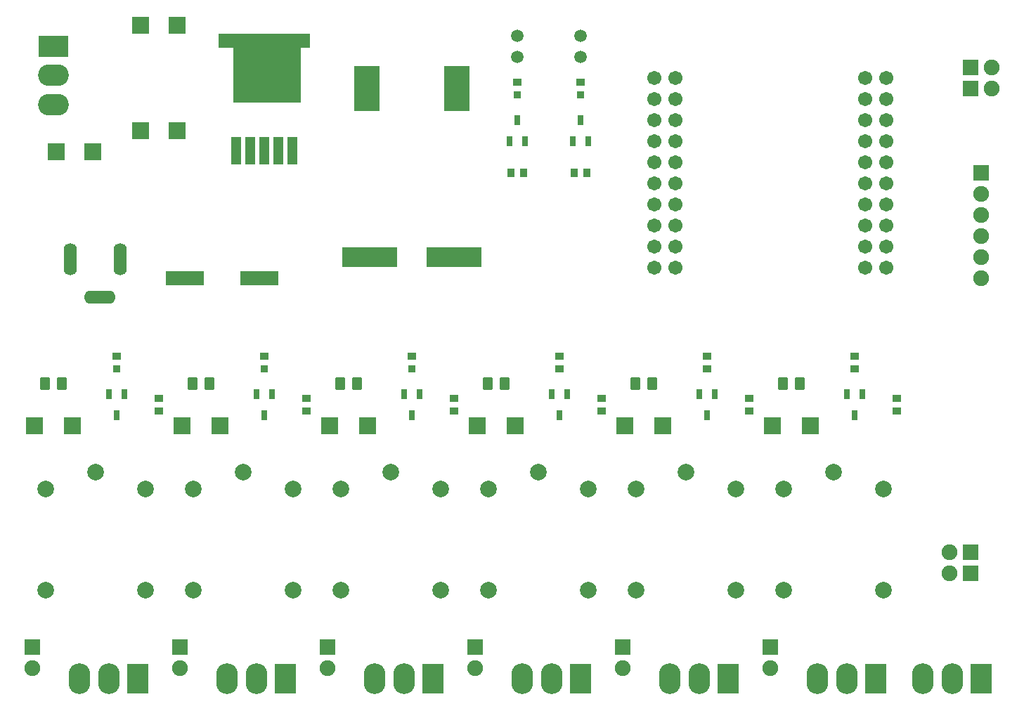
<source format=gts>
G04 Layer: TopSolderMaskLayer*
G04 EasyEDA v6.5.37, 2023-10-28 10:51:11*
G04 4880e8b44b5e4911aa04234489c2fc7f,3a0c9916c2a341a084dc3cb5dc78798d,10*
G04 Gerber Generator version 0.2*
G04 Scale: 100 percent, Rotated: No, Reflected: No *
G04 Dimensions in millimeters *
G04 leading zeros omitted , absolute positions ,4 integer and 5 decimal *
%FSLAX45Y45*%
%MOMM*%

%AMMACRO1*1,1,$1,$2,$3*1,1,$1,$4,$5*1,1,$1,0-$2,0-$3*1,1,$1,0-$4,0-$5*20,1,$1,$2,$3,$4,$5,0*20,1,$1,$4,$5,0-$2,0-$3,0*20,1,$1,0-$2,0-$3,0-$4,0-$5,0*20,1,$1,0-$4,0-$5,$2,$3,0*4,1,4,$2,$3,$4,$5,0-$2,0-$3,0-$4,0-$5,$2,$3,0*%
%AMMACRO2*4,1,8,-3.7338,-4.1135,-3.7338,2.4905,-5.5118,2.4905,-5.5118,4.1135,5.5118,4.1135,5.5118,2.4905,4.3663,2.4905,4.3663,-4.1135,-3.7338,-4.1135,0*%
%ADD10MACRO1,0.1016X0.5X0.6998X-0.5X0.6998*%
%ADD11MACRO1,0.1016X-0.5X0.6998X0.5X0.6998*%
%ADD12O,3.8015926X1.6015970000000002*%
%ADD13O,1.6015970000000002X3.9015924*%
%ADD14MACRO1,0.1016X-0.575X-1.6X-0.575X1.6*%
%ADD15MACRO2*%
%ADD16C,1.5016*%
%ADD17MACRO1,0.1016X-2.25X0.825X2.25X0.825*%
%ADD18MACRO1,0.1016X-1.45X2.7X1.45X2.7*%
%ADD19MACRO1,0.1016X-3.25X1.15X3.25X1.15*%
%ADD20MACRO1,0.1016X0.432X-0.4032X-0.432X-0.4032*%
%ADD21MACRO1,0.1016X0.432X0.4032X-0.432X0.4032*%
%ADD22R,0.9656X0.9081*%
%ADD23MACRO1,0.1016X1.2065X-1.75X-1.2065X-1.75*%
%ADD24O,2.6162X3.703193*%
%ADD25MACRO1,0.1016X1.75X1.2065X1.75X-1.2065*%
%ADD26O,3.703193X2.6162*%
%ADD27C,1.9016*%
%ADD28MACRO1,0.1016X0.9X-0.9X-0.9X-0.9*%
%ADD29MACRO1,0.1016X1X-1X-1X-1*%
%ADD30MACRO1,0.1016X-1X1X1X1*%
%ADD31C,1.7112*%
%ADD32MACRO1,0.1016X0.9X0.9X0.9X-0.9*%
%ADD33MACRO1,0.1016X-0.9X0.9X0.9X0.9*%
%ADD34MACRO1,0.2032X-0.85X0.85X0.85X0.85*%
%ADD35C,1.9032*%
%ADD36MACRO1,0.1016X-0.3X-0.535X-0.3X0.535*%
%ADD37MACRO1,0.1016X0.3X0.535X0.3X-0.535*%
%ADD38MACRO1,0.1016X0.4032X0.432X0.4032X-0.432*%
%ADD39MACRO1,0.1016X-0.4032X0.432X-0.4032X-0.432*%
%ADD40C,2.0000*%
%ADD41C,0.0126*%

%LPD*%
D10*
G01*
X1375026Y15493969D03*
D11*
G01*
X1164968Y15493969D03*
D10*
G01*
X3153023Y15493969D03*
D11*
G01*
X2942965Y15493969D03*
D10*
G01*
X4931018Y15493969D03*
D11*
G01*
X4720960Y15493969D03*
D10*
G01*
X6709016Y15493969D03*
D11*
G01*
X6498958Y15493969D03*
D10*
G01*
X8487011Y15493969D03*
D11*
G01*
X8276953Y15493969D03*
D10*
G01*
X10265008Y15493969D03*
D11*
G01*
X10054950Y15493969D03*
D12*
G01*
X1828037Y16531437D03*
D13*
G01*
X1478026Y16996511D03*
G01*
X2077974Y16996511D03*
D14*
G01*
X4150352Y18295185D03*
G01*
X3980172Y18295185D03*
G01*
X3639812Y18295185D03*
G01*
X3809992Y18295185D03*
G01*
X3469632Y18295185D03*
D15*
G01*
X3810000Y19296761D03*
D16*
G01*
X6858000Y19685000D03*
G01*
X6858000Y19431000D03*
G01*
X7620000Y19685000D03*
G01*
X7620000Y19431000D03*
D17*
G01*
X3751990Y16763966D03*
G01*
X2851994Y16763966D03*
D18*
G01*
X5042990Y19049961D03*
G01*
X6132988Y19049961D03*
D19*
G01*
X5077998Y17017966D03*
G01*
X6097981Y17017966D03*
D20*
G01*
X2540000Y15315324D03*
D21*
G01*
X2540000Y15164675D03*
D20*
G01*
X4318000Y15315324D03*
D21*
G01*
X4318000Y15164675D03*
D20*
G01*
X6096000Y15315324D03*
D21*
G01*
X6096000Y15164675D03*
D20*
G01*
X7874000Y15315324D03*
D21*
G01*
X7874000Y15164675D03*
D20*
G01*
X9652000Y15315324D03*
D21*
G01*
X9652000Y15164675D03*
D20*
G01*
X11430000Y15315324D03*
D21*
G01*
X11430000Y15164675D03*
D20*
G01*
X6857987Y19125286D03*
D22*
G01*
X6858000Y18974638D03*
D20*
G01*
X7619987Y19125286D03*
D22*
G01*
X7620000Y18974638D03*
D23*
G01*
X12445974Y11937977D03*
D24*
G01*
X12095962Y11937974D03*
G01*
X11745975Y11937974D03*
D25*
G01*
X1269997Y19557961D03*
D26*
G01*
X1270000Y19207937D03*
G01*
X1270000Y18857950D03*
D27*
G01*
X12064974Y13207974D03*
D28*
G01*
X12318974Y13207974D03*
D27*
G01*
X12064974Y13461974D03*
D28*
G01*
X12318974Y13461974D03*
D29*
G01*
X1743997Y18287964D03*
G01*
X1303997Y18287964D03*
D23*
G01*
X2285994Y11937977D03*
D24*
G01*
X1935988Y11937974D03*
G01*
X1586001Y11937974D03*
D23*
G01*
X4063992Y11937977D03*
D24*
G01*
X3713988Y11937974D03*
G01*
X3364001Y11937974D03*
D23*
G01*
X5841987Y11937977D03*
D24*
G01*
X5491988Y11937974D03*
G01*
X5142001Y11937974D03*
D23*
G01*
X7619984Y11937977D03*
D24*
G01*
X7269962Y11937974D03*
G01*
X6919975Y11937974D03*
D23*
G01*
X9397982Y11937977D03*
D24*
G01*
X9047962Y11937974D03*
G01*
X8697975Y11937974D03*
D23*
G01*
X11175977Y11937977D03*
D24*
G01*
X10825962Y11937974D03*
G01*
X10475975Y11937974D03*
D30*
G01*
X2319995Y19811959D03*
G01*
X2759994Y19811959D03*
G01*
X2319995Y18541961D03*
G01*
X2759994Y18541961D03*
G01*
X1039992Y14985969D03*
G01*
X1499994Y14985969D03*
G01*
X2817990Y14985969D03*
G01*
X3277991Y14985969D03*
G01*
X4595985Y14985969D03*
G01*
X5055986Y14985969D03*
G01*
X6373982Y14985969D03*
G01*
X6833984Y14985969D03*
G01*
X8151977Y14985969D03*
G01*
X8611979Y14985969D03*
G01*
X9929975Y14985969D03*
G01*
X10389976Y14985969D03*
D31*
G01*
X8508974Y16890974D03*
G01*
X8762974Y16890974D03*
G01*
X8508974Y17144974D03*
G01*
X8762974Y17144974D03*
G01*
X8508974Y17398974D03*
G01*
X8762974Y17398974D03*
G01*
X8508974Y17652974D03*
G01*
X8762974Y17652974D03*
G01*
X8508974Y17906974D03*
G01*
X8762974Y17906974D03*
G01*
X8508974Y18160974D03*
G01*
X8762974Y18160974D03*
G01*
X8508974Y18414974D03*
G01*
X8762974Y18414974D03*
G01*
X8508974Y18668974D03*
G01*
X8762974Y18668974D03*
G01*
X8508974Y18922974D03*
G01*
X8762974Y18922974D03*
G01*
X8508974Y19176974D03*
G01*
X8762974Y19176974D03*
G01*
X11302974Y16890974D03*
G01*
X11048974Y16890974D03*
G01*
X11048974Y17144974D03*
G01*
X11048974Y17398974D03*
G01*
X11048974Y17652974D03*
G01*
X11048974Y17906974D03*
G01*
X11048974Y18160974D03*
G01*
X11048974Y18414974D03*
G01*
X11048974Y18668974D03*
G01*
X11048974Y18922974D03*
G01*
X11048974Y19176974D03*
G01*
X11302974Y19176974D03*
G01*
X11302974Y18922974D03*
G01*
X11302974Y18668974D03*
G01*
X11302974Y18414974D03*
G01*
X11302974Y18160974D03*
G01*
X11302974Y17906974D03*
G01*
X11302974Y17652974D03*
G01*
X11302974Y17398974D03*
G01*
X11302974Y17144974D03*
D27*
G01*
X1016000Y12064974D03*
D32*
G01*
X1015997Y12318974D03*
D27*
G01*
X2794000Y12064974D03*
D32*
G01*
X2793994Y12318974D03*
D27*
G01*
X4572000Y12064974D03*
D32*
G01*
X4571989Y12318974D03*
D27*
G01*
X6350000Y12064974D03*
D32*
G01*
X6349987Y12318974D03*
D27*
G01*
X8127974Y12064974D03*
D32*
G01*
X8127984Y12318974D03*
D27*
G01*
X9905974Y12064974D03*
D32*
G01*
X9905979Y12318974D03*
D27*
G01*
X12572974Y19049949D03*
D33*
G01*
X12318974Y19049961D03*
D27*
G01*
X12572974Y19303949D03*
D33*
G01*
X12318974Y19303961D03*
D34*
G01*
X12445975Y18033963D03*
D35*
G01*
X12445974Y17779974D03*
G01*
X12445974Y17525974D03*
G01*
X12445974Y17271974D03*
G01*
X12445974Y17017974D03*
G01*
X12445974Y16763974D03*
D36*
G01*
X2126990Y15363469D03*
G01*
X1936998Y15363469D03*
G01*
X2031994Y15116469D03*
G01*
X3904988Y15363469D03*
G01*
X3714996Y15363469D03*
G01*
X3809992Y15116469D03*
G01*
X5682985Y15363469D03*
G01*
X5492993Y15363469D03*
G01*
X5587989Y15116469D03*
G01*
X7460980Y15363469D03*
G01*
X7270988Y15363469D03*
G01*
X7365984Y15116469D03*
G01*
X9238978Y15363469D03*
G01*
X9048986Y15363469D03*
G01*
X9143982Y15116469D03*
G01*
X11016973Y15363469D03*
G01*
X10826981Y15363469D03*
G01*
X10921977Y15116469D03*
D37*
G01*
X6762991Y18418464D03*
G01*
X6952983Y18418464D03*
G01*
X6857987Y18665464D03*
G01*
X7524991Y18418464D03*
G01*
X7714983Y18418464D03*
G01*
X7619987Y18665464D03*
D20*
G01*
X2031994Y15823294D03*
D22*
G01*
X2032000Y15672638D03*
D20*
G01*
X3809992Y15823294D03*
D22*
G01*
X3810000Y15672638D03*
D20*
G01*
X5587989Y15823294D03*
D22*
G01*
X5588000Y15672638D03*
D20*
G01*
X7365984Y15823294D03*
D21*
G01*
X7365984Y15672644D03*
D20*
G01*
X9143982Y15823294D03*
D21*
G01*
X9143982Y15672644D03*
D20*
G01*
X10921977Y15823294D03*
D21*
G01*
X10921977Y15672644D03*
D38*
G01*
X6782662Y18033964D03*
D39*
G01*
X6933312Y18033964D03*
D38*
G01*
X7544662Y18033964D03*
D39*
G01*
X7695312Y18033964D03*
D40*
G01*
X1178001Y14225981D03*
G01*
X1778000Y14425980D03*
G01*
X2377998Y14225981D03*
G01*
X2377998Y13005968D03*
G01*
X1178001Y13005968D03*
G01*
X2956001Y14225981D03*
G01*
X3556000Y14425980D03*
G01*
X4155998Y14225981D03*
G01*
X4155998Y13005968D03*
G01*
X2956001Y13005968D03*
G01*
X4734001Y14225981D03*
G01*
X5334000Y14425980D03*
G01*
X5933998Y14225981D03*
G01*
X5933998Y13005968D03*
G01*
X4734001Y13005968D03*
G01*
X6511975Y14225981D03*
G01*
X7111974Y14425980D03*
G01*
X7711973Y14225981D03*
G01*
X7711973Y13005968D03*
G01*
X6511975Y13005968D03*
G01*
X8289975Y14225981D03*
G01*
X8889974Y14425980D03*
G01*
X9489973Y14225981D03*
G01*
X9489973Y13005968D03*
G01*
X8289975Y13005968D03*
G01*
X10067975Y14225981D03*
G01*
X10667974Y14425980D03*
G01*
X11267973Y14225981D03*
G01*
X11267973Y13005968D03*
G01*
X10067975Y13005968D03*
M02*

</source>
